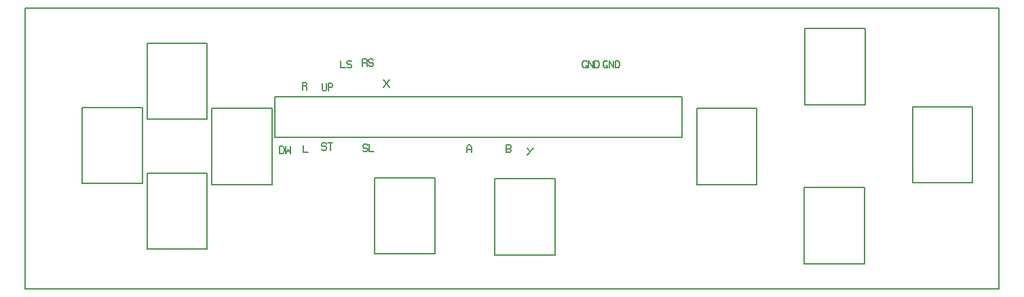
<source format=gbr>
G04 PROTEUS GERBER X2 FILE*
%TF.GenerationSoftware,Labcenter,Proteus,8.5-SP0-Build22067*%
%TF.CreationDate,2018-10-08T15:10:15+00:00*%
%TF.FileFunction,Legend,Top*%
%TF.FilePolarity,Positive*%
%TF.Part,Single*%
%FSLAX45Y45*%
%MOMM*%
G01*
%TA.AperFunction,Profile*%
%ADD14C,0.203200*%
%TA.AperFunction,Material*%
%ADD15C,0.203200*%
D14*
X+0Y+0D02*
X+12150000Y+0D01*
X+12150000Y+3520000D01*
X+0Y+3520000D01*
X+0Y+0D01*
D15*
X+3113000Y+1903000D02*
X+8193000Y+1903000D01*
X+8193000Y+2411000D01*
X+3113000Y+2411000D01*
X+3113000Y+1903000D01*
X+710000Y+1320000D02*
X+1460000Y+1320000D01*
X+1460000Y+2270000D01*
X+710000Y+2270000D01*
X+710000Y+1320000D01*
X+1520000Y+2130000D02*
X+2270000Y+2130000D01*
X+2270000Y+3080000D01*
X+1520000Y+3080000D01*
X+1520000Y+2130000D01*
X+2330000Y+1310000D02*
X+3080000Y+1310000D01*
X+3080000Y+2260000D01*
X+2330000Y+2260000D01*
X+2330000Y+1310000D01*
X+1520000Y+500000D02*
X+2270000Y+500000D01*
X+2270000Y+1450000D01*
X+1520000Y+1450000D01*
X+1520000Y+500000D01*
X+4360000Y+440000D02*
X+5110000Y+440000D01*
X+5110000Y+1390000D01*
X+4360000Y+1390000D01*
X+4360000Y+440000D01*
X+5860000Y+430000D02*
X+6610000Y+430000D01*
X+6610000Y+1380000D01*
X+5860000Y+1380000D01*
X+5860000Y+430000D01*
X+8380000Y+1310000D02*
X+9130000Y+1310000D01*
X+9130000Y+2260000D01*
X+8380000Y+2260000D01*
X+8380000Y+1310000D01*
X+9730000Y+2310000D02*
X+10480000Y+2310000D01*
X+10480000Y+3260000D01*
X+9730000Y+3260000D01*
X+9730000Y+2310000D01*
X+11070000Y+1330000D02*
X+11820000Y+1330000D01*
X+11820000Y+2280000D01*
X+11070000Y+2280000D01*
X+11070000Y+1330000D01*
X+9720000Y+320000D02*
X+10470000Y+320000D01*
X+10470000Y+1270000D01*
X+9720000Y+1270000D01*
X+9720000Y+320000D01*
X+4210000Y+2788080D02*
X+4210000Y+2879520D01*
X+4257625Y+2879520D01*
X+4267150Y+2864280D01*
X+4267150Y+2849040D01*
X+4257625Y+2833800D01*
X+4210000Y+2833800D01*
X+4257625Y+2833800D02*
X+4267150Y+2818560D01*
X+4267150Y+2788080D01*
X+4286200Y+2803320D02*
X+4295725Y+2788080D01*
X+4333825Y+2788080D01*
X+4343350Y+2803320D01*
X+4343350Y+2818560D01*
X+4333825Y+2833800D01*
X+4295725Y+2833800D01*
X+4286200Y+2849040D01*
X+4286200Y+2864280D01*
X+4295725Y+2879520D01*
X+4333825Y+2879520D01*
X+4343350Y+2864280D01*
X+3940000Y+2859520D02*
X+3940000Y+2768080D01*
X+3997150Y+2768080D01*
X+4016200Y+2783320D02*
X+4025725Y+2768080D01*
X+4063825Y+2768080D01*
X+4073350Y+2783320D01*
X+4073350Y+2798560D01*
X+4063825Y+2813800D01*
X+4025725Y+2813800D01*
X+4016200Y+2829040D01*
X+4016200Y+2844280D01*
X+4025725Y+2859520D01*
X+4063825Y+2859520D01*
X+4073350Y+2844280D01*
X+6988100Y+2798560D02*
X+7007150Y+2798560D01*
X+7007150Y+2768080D01*
X+6969050Y+2768080D01*
X+6950000Y+2798560D01*
X+6950000Y+2829040D01*
X+6969050Y+2859520D01*
X+6997625Y+2859520D01*
X+7007150Y+2844280D01*
X+7026200Y+2768080D02*
X+7026200Y+2859520D01*
X+7083350Y+2768080D01*
X+7083350Y+2859520D01*
X+7102400Y+2768080D02*
X+7102400Y+2859520D01*
X+7140500Y+2859520D01*
X+7159550Y+2829040D01*
X+7159550Y+2798560D01*
X+7140500Y+2768080D01*
X+7102400Y+2768080D01*
X+7248100Y+2798560D02*
X+7267150Y+2798560D01*
X+7267150Y+2768080D01*
X+7229050Y+2768080D01*
X+7210000Y+2798560D01*
X+7210000Y+2829040D01*
X+7229050Y+2859520D01*
X+7257625Y+2859520D01*
X+7267150Y+2844280D01*
X+7286200Y+2768080D02*
X+7286200Y+2859520D01*
X+7343350Y+2768080D01*
X+7343350Y+2859520D01*
X+7362400Y+2768080D02*
X+7362400Y+2859520D01*
X+7400500Y+2859520D01*
X+7419550Y+2829040D01*
X+7419550Y+2798560D01*
X+7400500Y+2768080D01*
X+7362400Y+2768080D01*
X+3701240Y+1756080D02*
X+3710765Y+1740840D01*
X+3748865Y+1740840D01*
X+3758390Y+1756080D01*
X+3758390Y+1771320D01*
X+3748865Y+1786560D01*
X+3710765Y+1786560D01*
X+3701240Y+1801800D01*
X+3701240Y+1817040D01*
X+3710765Y+1832280D01*
X+3748865Y+1832280D01*
X+3758390Y+1817040D01*
X+3777440Y+1832280D02*
X+3834590Y+1832280D01*
X+3806015Y+1832280D02*
X+3806015Y+1740840D01*
X+4213400Y+1735600D02*
X+4222925Y+1720360D01*
X+4261025Y+1720360D01*
X+4270550Y+1735600D01*
X+4270550Y+1750840D01*
X+4261025Y+1766080D01*
X+4222925Y+1766080D01*
X+4213400Y+1781320D01*
X+4213400Y+1796560D01*
X+4222925Y+1811800D01*
X+4261025Y+1811800D01*
X+4270550Y+1796560D01*
X+4289600Y+1811800D02*
X+4289600Y+1720360D01*
X+4346750Y+1720360D01*
X+3468600Y+1801580D02*
X+3468600Y+1710140D01*
X+3525750Y+1710140D01*
X+3459080Y+2495000D02*
X+3459080Y+2586440D01*
X+3506705Y+2586440D01*
X+3516230Y+2571200D01*
X+3516230Y+2555960D01*
X+3506705Y+2540720D01*
X+3459080Y+2540720D01*
X+3506705Y+2540720D02*
X+3516230Y+2525480D01*
X+3516230Y+2495000D01*
X+3703840Y+2574540D02*
X+3703840Y+2498340D01*
X+3713365Y+2483100D01*
X+3751465Y+2483100D01*
X+3760990Y+2498340D01*
X+3760990Y+2574540D01*
X+3780040Y+2483100D02*
X+3780040Y+2574540D01*
X+3827665Y+2574540D01*
X+3837190Y+2559300D01*
X+3837190Y+2544060D01*
X+3827665Y+2528820D01*
X+3780040Y+2528820D01*
X+3176380Y+1697760D02*
X+3176380Y+1789200D01*
X+3214480Y+1789200D01*
X+3233530Y+1758720D01*
X+3233530Y+1728240D01*
X+3214480Y+1697760D01*
X+3176380Y+1697760D01*
X+3252580Y+1789200D02*
X+3252580Y+1697760D01*
X+3281155Y+1743480D01*
X+3309730Y+1697760D01*
X+3309730Y+1789200D01*
X+5512700Y+1714120D02*
X+5512700Y+1775080D01*
X+5531750Y+1805560D01*
X+5550800Y+1805560D01*
X+5569850Y+1775080D01*
X+5569850Y+1714120D01*
X+5512700Y+1744600D02*
X+5569850Y+1744600D01*
X+6004920Y+1711900D02*
X+6004920Y+1803340D01*
X+6052545Y+1803340D01*
X+6062070Y+1788100D01*
X+6062070Y+1772860D01*
X+6052545Y+1757620D01*
X+6062070Y+1742380D01*
X+6062070Y+1727140D01*
X+6052545Y+1711900D01*
X+6004920Y+1711900D01*
X+6004920Y+1757620D02*
X+6052545Y+1757620D01*
X+4466560Y+2618160D02*
X+4542760Y+2526720D01*
X+4466560Y+2526720D02*
X+4542760Y+2618160D01*
X+6337300Y+1767840D02*
X+6261100Y+1676400D01*
X+6261100Y+1767840D02*
X+6299200Y+1722120D01*
M02*

</source>
